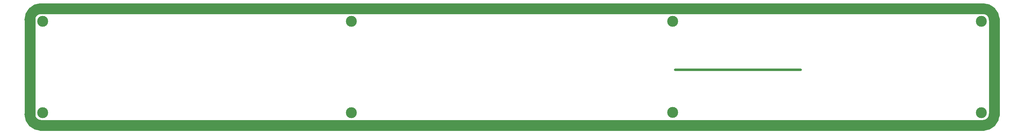
<source format=gbr>
%TF.GenerationSoftware,KiCad,Pcbnew,6.0.10-86aedd382b~118~ubuntu22.04.1*%
%TF.CreationDate,2023-01-27T19:30:40+01:00*%
%TF.ProjectId,L1,4c312e6b-6963-4616-945f-706362585858,rev?*%
%TF.SameCoordinates,Original*%
%TF.FileFunction,Soldermask,Bot*%
%TF.FilePolarity,Negative*%
%FSLAX46Y46*%
G04 Gerber Fmt 4.6, Leading zero omitted, Abs format (unit mm)*
G04 Created by KiCad (PCBNEW 6.0.10-86aedd382b~118~ubuntu22.04.1) date 2023-01-27 19:30:40*
%MOMM*%
%LPD*%
G01*
G04 APERTURE LIST*
%ADD10C,3.000000*%
%ADD11O,35.000000X0.700000*%
%ADD12C,3.000000*%
G04 APERTURE END LIST*
D10*
%TO.C,REF\u002A\u002A*%
X17300000Y-109800000D02*
X17300000Y-83800000D01*
X20300000Y-80800000D02*
X278300000Y-80800000D01*
X278300000Y-112800000D02*
X20300000Y-112800000D01*
X281300000Y-83800000D02*
X281300000Y-109800000D01*
X20300000Y-80800000D02*
G75*
G03*
X17300000Y-83800000I22J-3000022D01*
G01*
X17300000Y-109800000D02*
G75*
G03*
X20300000Y-112800000I3000050J50D01*
G01*
X281300000Y-83800000D02*
G75*
G03*
X278300000Y-80800000I-3000000J0D01*
G01*
X278300000Y-112800000D02*
G75*
G03*
X281300000Y-109800000I0J3000000D01*
G01*
%TD*%
D11*
%TO.C,REF\u002A\u002A*%
X211100000Y-97600000D03*
%TD*%
D12*
%TO.C,REF\u002A\u002A*%
X105300000Y-109300000D03*
X193300000Y-109271300D03*
X193300000Y-84300000D03*
X277800000Y-109300000D03*
X20800000Y-109300000D03*
X277800000Y-84300000D03*
X105300000Y-84300000D03*
X20800000Y-84300000D03*
%TD*%
M02*

</source>
